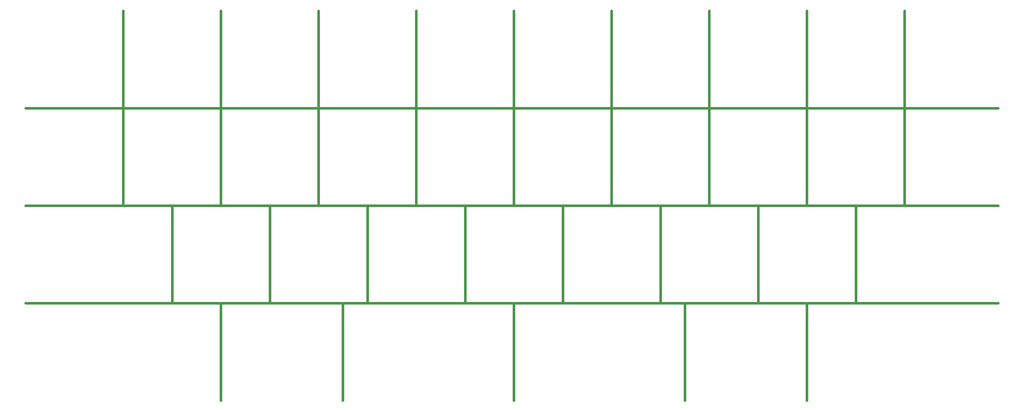
<source format=gbr>
%TF.GenerationSoftware,KiCad,Pcbnew,(6.0.10)*%
%TF.CreationDate,2023-02-13T13:47:23-06:00*%
%TF.ProjectId,AlphaWetPCB,416c7068-6157-4657-9450-43422e6b6963,rev?*%
%TF.SameCoordinates,Original*%
%TF.FileFunction,Legend,Top*%
%TF.FilePolarity,Positive*%
%FSLAX46Y46*%
G04 Gerber Fmt 4.6, Leading zero omitted, Abs format (unit mm)*
G04 Created by KiCad (PCBNEW (6.0.10)) date 2023-02-13 13:47:23*
%MOMM*%
%LPD*%
G01*
G04 APERTURE LIST*
%ADD10C,0.500000*%
G04 APERTURE END LIST*
D10*
X147637500Y-77787500D02*
X147637500Y-58737500D01*
X176212500Y-58737500D02*
X176212500Y-20637500D01*
X42862500Y-77787500D02*
X232568750Y-77787500D01*
X185737500Y-77787500D02*
X185737500Y-58737500D01*
X195262500Y-58737500D02*
X195262500Y-20637500D01*
X157162500Y-58737500D02*
X157162500Y-20637500D01*
X166687500Y-77787500D02*
X166687500Y-58737500D01*
X119062500Y-58737500D02*
X119062500Y-20637500D01*
X171450000Y-96837500D02*
X171450000Y-77787500D01*
X109537500Y-77787500D02*
X109537500Y-58737500D01*
X80962500Y-96837500D02*
X80962500Y-77787500D01*
X90487500Y-77787500D02*
X90487500Y-58737500D01*
X61912500Y-58737500D02*
X61912500Y-20637500D01*
X104775000Y-96837500D02*
X104775000Y-77787500D01*
X128587500Y-77787500D02*
X128587500Y-58737500D01*
X42862500Y-39687500D02*
X232568750Y-39687500D01*
X214312500Y-58737500D02*
X214312500Y-20637500D01*
X71437500Y-77787500D02*
X71437500Y-58737500D01*
X138112500Y-58737500D02*
X138112500Y-20637500D01*
X42862500Y-58737500D02*
X232568750Y-58737500D01*
X138112500Y-96837500D02*
X138112500Y-77787500D01*
X80962500Y-58737500D02*
X80962500Y-20637500D01*
X204787500Y-77787500D02*
X204787500Y-58737500D01*
X100012500Y-58737500D02*
X100012500Y-20637500D01*
X195262500Y-96837500D02*
X195262500Y-77787500D01*
M02*

</source>
